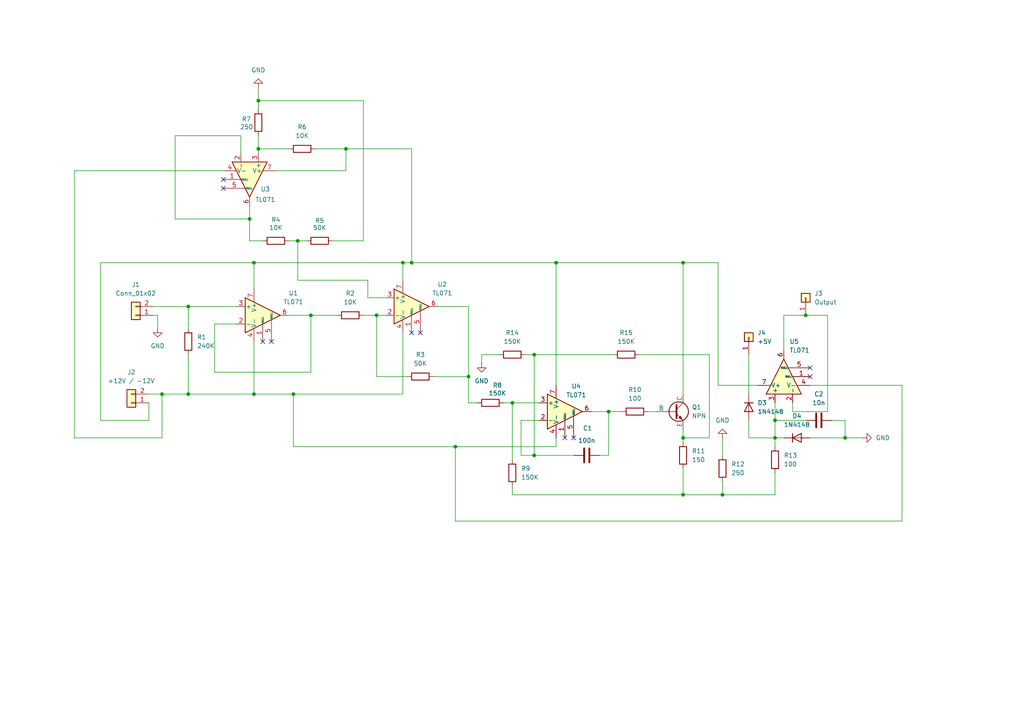
<source format=kicad_sch>
(kicad_sch (version 20250114) (generator "eeschema") (generator_version "9.0")
  (paper "A4")
  (lib_symbols
    (symbol "Amplifier_Operational:TL071" (pin_names (offset 0.127))
      (property "Reference" "U" (at 0 6.35 0))
      (property "Value" "TL071" (at 0 3.81 0))
      (symbol "TL071_0_1"
        (polyline (pts (xy -5.08 5.08) (xy 5.08 0) (xy -5.08 -5.08) (xy -5.08 5.08)) (stroke (width 0.254)) (fill (type background)))
      )
      (symbol "TL071_1_1"
        (pin input line (at -7.62 2.54 0) (length 2.54) (name "+") (number "3"))
        (pin input line (at -7.62 -2.54 0) (length 2.54) (name "-") (number "2"))
        (pin power_in line (at -2.54 7.62 270) (length 3.81) (name "V+") (number "7"))
        (pin power_in line (at -2.54 -7.62 90) (length 3.81) (name "V-") (number "4"))
        (pin no_connect line (at 0 2.54 270) (length 2.54) (hide yes) (name "NC") (number "8"))
        (pin input line (at 0 -7.62 90) (length 5.08) (name "NULL") (number "1"))
        (pin input line (at 2.54 -7.62 90) (length 6.35) (name "NULL") (number "5"))
        (pin output line (at 7.62 0 180) (length 2.54) (name "~") (number "6"))
      )
    )
    (symbol "Connector_Generic:Conn_01x01" (pin_names (offset 1.016) (hide yes))
      (property "Reference" "J" (at 0 2.54 0))
      (property "Value" "Conn_01x01" (at 0 -2.54 0))
      (symbol "Conn_01x01_1_1"
        (rectangle (start -1.27 1.27) (end 1.27 -1.27) (stroke (width 0.254)) (fill (type background)))
        (rectangle (start -1.27 0.127) (end 0 -0.127) (stroke (width 0.1524)))
        (pin passive line (at -5.08 0 0) (length 3.81) (name "Pin_1") (number "1"))
      )
    )
    (symbol "Connector_Generic:Conn_01x02" (pin_names (offset 1.016) (hide yes))
      (property "Reference" "J" (at 0 2.54 0))
      (property "Value" "Conn_01x02" (at 0 -5.08 0))
      (symbol "Conn_01x02_1_1"
        (rectangle (start -1.27 1.27) (end 1.27 -3.81) (stroke (width 0.254)) (fill (type background)))
        (rectangle (start -1.27 0.127) (end 0 -0.127) (stroke (width 0.1524)))
        (rectangle (start -1.27 -2.413) (end 0 -2.667) (stroke (width 0.1524)))
        (pin passive line (at -5.08 0 0) (length 3.81) (name "Pin_1") (number "1"))
        (pin passive line (at -5.08 -2.54 0) (length 3.81) (name "Pin_2") (number "2"))
      )
    )
    (symbol "Device:C" (pin_numbers (hide yes)) (pin_names (offset 0.254))
      (property "Reference" "C" (at 0.635 2.54 0))
      (property "Value" "C" (at 0.635 -2.54 0))
      (symbol "C_0_1"
        (polyline (pts (xy -2.032 0.762) (xy 2.032 0.762)) (stroke (width 0.508)))
        (polyline (pts (xy -2.032 -0.762) (xy 2.032 -0.762)) (stroke (width 0.508)))
      )
      (symbol "C_1_1"
        (pin passive line (at 0 3.81 270) (length 2.794) (name "~") (number "1"))
        (pin passive line (at 0 -3.81 90) (length 2.794) (name "~") (number "2"))
      )
    )
    (symbol "Device:R" (pin_numbers (hide yes)) (pin_names (offset 0))
      (property "Reference" "R" (at 2.032 0 90))
      (property "Value" "R" (at 0 0 90))
      (symbol "R_0_1"
        (rectangle (start -1.016 -2.54) (end 1.016 2.54) (stroke (width 0.254)))
      )
      (symbol "R_1_1"
        (pin passive line (at 0 3.81 270) (length 1.27) (name "~") (number "1"))
        (pin passive line (at 0 -3.81 90) (length 1.27) (name "~") (number "2"))
      )
    )
    (symbol "Diode:1N4148" (pin_numbers (hide yes)) (pin_names (hide yes))
      (property "Reference" "D" (at 0 2.54 0))
      (property "Value" "1N4148" (at 0 -2.54 0))
      (symbol "1N4148_0_1"
        (polyline (pts (xy -1.27 1.27) (xy -1.27 -1.27)) (stroke (width 0.254)))
        (polyline (pts (xy 1.27 1.27) (xy 1.27 -1.27) (xy -1.27 0) (xy 1.27 1.27)) (stroke (width 0.254)))
        (polyline (pts (xy 1.27 0) (xy -1.27 0)))
      )
      (symbol "1N4148_1_1"
        (pin passive line (at -3.81 0 0) (length 2.54) (name "K") (number "1"))
        (pin passive line (at 3.81 0 180) (length 2.54) (name "A") (number "2"))
      )
    )
    (symbol "Simulation_SPICE:NPN" (pin_numbers (hide yes)) (pin_names (offset 0))
      (property "Reference" "Q" (at -2.54 7.62 0))
      (property "Value" "NPN" (at -2.54 5.08 0))
      (symbol "NPN_0_1"
        (polyline (pts (xy -2.54 0) (xy 0.635 0)) (stroke (width 0.1524)))
        (polyline (pts (xy 0.635 1.905) (xy 0.635 -1.905) (xy 0.635 -1.905)) (stroke (width 0.508)))
        (polyline (pts (xy 0.635 0.635) (xy 2.54 2.54)))
        (polyline (pts (xy 0.635 -0.635) (xy 2.54 -2.54) (xy 2.54 -2.54)))
        (circle (center 1.27 0) (radius 2.8194) (stroke (width 0.254)))
        (polyline (pts (xy 1.27 -1.778) (xy 1.778 -1.27) (xy 2.286 -2.286) (xy 1.27 -1.778) (xy 1.27 -1.778)) (fill (type outline)))
        (polyline (pts (xy 2.794 -1.27) (xy 2.794 -1.27)) (stroke (width 0.1524)))
        (polyline (pts (xy 2.794 -1.27) (xy 2.794 -1.27)) (stroke (width 0.1524)))
      )
      (symbol "NPN_1_1"
        (pin input line (at -5.08 0 0) (length 2.54) (name "B") (number "2"))
        (pin open_collector line (at 2.54 5.08 270) (length 2.54) (name "C") (number "1"))
        (pin open_emitter line (at 2.54 -5.08 90) (length 2.54) (name "E") (number "3"))
      )
    )
    (symbol "power:GND" (power) (pin_numbers (hide yes)) (pin_names (offset 0) (hide yes))
      (property "Value" "GND" (at 0 -3.81 0))
      (symbol "GND_0_1"
        (polyline (pts (xy 0 0) (xy 0 -1.27) (xy 1.27 -1.27) (xy 0 -2.54) (xy -1.27 -1.27) (xy 0 -1.27)))
      )
      (symbol "GND_1_1"
        (pin power_in line (at 0 0 270) (length 0) (name "~") (number "1"))
      )
    )
  )
  (junction (at 86.36 69.85))
  (junction (at 245.11 127))
  (junction (at 154.94 102.87))
  (junction (at 46.99 114.3))
  (junction (at 74.93 43.18))
  (junction (at 116.84 76.2))
  (junction (at 135.89 109.22))
  (junction (at 233.68 91.44))
  (junction (at 198.12 127))
  (junction (at 54.61 114.3))
  (junction (at 154.94 132.08))
  (junction (at 161.29 76.2))
  (junction (at 198.12 143.51))
  (junction (at 85.09 114.3))
  (junction (at 224.79 127))
  (junction (at 132.08 129.54))
  (junction (at 209.55 143.51))
  (junction (at 90.17 91.44))
  (junction (at 176.53 119.38))
  (junction (at 109.22 91.44))
  (junction (at 100.33 43.18))
  (junction (at 198.12 76.2))
  (junction (at 73.66 76.2))
  (junction (at 73.66 114.3))
  (junction (at 74.93 29.21))
  (junction (at 224.79 121.92))
  (junction (at 72.39 63.5))
  (junction (at 148.59 116.84))
  (junction (at 54.61 88.9))
  (junction (at 119.38 76.2))
  (no_connect (at 78.74 99.06))
  (no_connect (at 234.95 109.22))
  (no_connect (at 64.77 52.07))
  (no_connect (at 121.92 96.52))
  (no_connect (at 234.95 106.68))
  (no_connect (at 163.83 127))
  (no_connect (at 166.37 127))
  (no_connect (at 119.38 96.52))
  (no_connect (at 64.77 54.61))
  (no_connect (at 76.2 99.06))
  (wire (pts (xy 50.8 63.5) (xy 72.39 63.5)))
  (wire (pts (xy 106.68 86.36) (xy 111.76 86.36)))
  (wire (pts (xy 54.61 114.3) (xy 73.66 114.3)))
  (wire (pts (xy 227.33 91.44) (xy 227.33 101.6)))
  (wire (pts (xy 229.87 119.38) (xy 240.03 119.38)))
  (wire (pts (xy 187.96 119.38) (xy 190.5 119.38)))
  (wire (pts (xy 148.59 143.51) (xy 148.59 140.97)))
  (wire (pts (xy 29.21 121.92) (xy 29.21 76.2)))
  (wire (pts (xy 185.42 102.87) (xy 205.74 102.87)))
  (wire (pts (xy 138.43 116.84) (xy 135.89 116.84)))
  (wire (pts (xy 144.78 102.87) (xy 139.7 102.87)))
  (wire (pts (xy 64.77 49.53) (xy 21.59 49.53)))
  (wire (pts (xy 54.61 114.3) (xy 46.99 114.3)))
  (wire (pts (xy 116.84 114.3) (xy 85.09 114.3)))
  (wire (pts (xy 173.99 132.08) (xy 176.53 132.08)))
  (wire (pts (xy 44.45 88.9) (xy 54.61 88.9)))
  (wire (pts (xy 224.79 143.51) (xy 209.55 143.51)))
  (wire (pts (xy 171.45 119.38) (xy 176.53 119.38)))
  (wire (pts (xy 44.45 91.44) (xy 45.72 91.44)))
  (wire (pts (xy 151.13 121.92) (xy 151.13 132.08)))
  (wire (pts (xy 74.93 43.18) (xy 83.82 43.18)))
  (wire (pts (xy 217.17 121.92) (xy 217.17 127)))
  (wire (pts (xy 85.09 114.3) (xy 73.66 114.3)))
  (wire (pts (xy 161.29 129.54) (xy 132.08 129.54)))
  (wire (pts (xy 73.66 114.3) (xy 73.66 99.06)))
  (wire (pts (xy 146.05 116.84) (xy 148.59 116.84)))
  (wire (pts (xy 245.11 121.92) (xy 245.11 127)))
  (wire (pts (xy 148.59 133.35) (xy 148.59 116.84)))
  (wire (pts (xy 43.18 121.92) (xy 29.21 121.92)))
  (wire (pts (xy 135.89 109.22) (xy 135.89 116.84)))
  (wire (pts (xy 74.93 29.21) (xy 74.93 31.75)))
  (wire (pts (xy 205.74 127) (xy 198.12 127)))
  (wire (pts (xy 224.79 116.84) (xy 224.79 121.92)))
  (wire (pts (xy 125.73 109.22) (xy 135.89 109.22)))
  (wire (pts (xy 161.29 111.76) (xy 161.29 76.2)))
  (wire (pts (xy 198.12 124.46) (xy 198.12 127)))
  (wire (pts (xy 154.94 102.87) (xy 177.8 102.87)))
  (wire (pts (xy 241.3 121.92) (xy 245.11 121.92)))
  (wire (pts (xy 54.61 88.9) (xy 54.61 95.25)))
  (wire (pts (xy 45.72 91.44) (xy 45.72 95.25)))
  (wire (pts (xy 132.08 129.54) (xy 85.09 129.54)))
  (wire (pts (xy 105.41 91.44) (xy 109.22 91.44)))
  (wire (pts (xy 90.17 107.95) (xy 90.17 91.44)))
  (wire (pts (xy 69.85 39.37) (xy 50.8 39.37)))
  (wire (pts (xy 74.93 39.37) (xy 74.93 43.18)))
  (wire (pts (xy 240.03 119.38) (xy 240.03 91.44)))
  (wire (pts (xy 90.17 91.44) (xy 97.79 91.44)))
  (wire (pts (xy 119.38 43.18) (xy 119.38 76.2)))
  (wire (pts (xy 100.33 49.53) (xy 100.33 43.18)))
  (wire (pts (xy 62.23 107.95) (xy 90.17 107.95)))
  (wire (pts (xy 46.99 127) (xy 46.99 114.3)))
  (wire (pts (xy 116.84 81.28) (xy 116.84 76.2)))
  (wire (pts (xy 116.84 96.52) (xy 116.84 114.3)))
  (wire (pts (xy 217.17 127) (xy 224.79 127)))
  (wire (pts (xy 224.79 127) (xy 224.79 129.54)))
  (wire (pts (xy 198.12 76.2) (xy 161.29 76.2)))
  (wire (pts (xy 119.38 76.2) (xy 116.84 76.2)))
  (wire (pts (xy 105.41 29.21) (xy 74.93 29.21)))
  (wire (pts (xy 152.4 102.87) (xy 154.94 102.87)))
  (wire (pts (xy 91.44 43.18) (xy 100.33 43.18)))
  (wire (pts (xy 217.17 102.87) (xy 217.17 114.3)))
  (wire (pts (xy 180.34 119.38) (xy 176.53 119.38)))
  (wire (pts (xy 209.55 127) (xy 209.55 132.08)))
  (wire (pts (xy 198.12 143.51) (xy 209.55 143.51)))
  (wire (pts (xy 156.21 121.92) (xy 151.13 121.92)))
  (wire (pts (xy 261.62 111.76) (xy 261.62 151.13)))
  (wire (pts (xy 139.7 102.87) (xy 139.7 105.41)))
  (wire (pts (xy 154.94 102.87) (xy 154.94 132.08)))
  (wire (pts (xy 46.99 114.3) (xy 43.18 114.3)))
  (wire (pts (xy 208.28 111.76) (xy 208.28 76.2)))
  (wire (pts (xy 151.13 132.08) (xy 154.94 132.08)))
  (wire (pts (xy 86.36 81.28) (xy 86.36 69.85)))
  (wire (pts (xy 229.87 116.84) (xy 229.87 119.38)))
  (wire (pts (xy 72.39 63.5) (xy 72.39 59.69)))
  (wire (pts (xy 261.62 151.13) (xy 132.08 151.13)))
  (wire (pts (xy 176.53 119.38) (xy 176.53 132.08)))
  (wire (pts (xy 73.66 76.2) (xy 73.66 83.82)))
  (wire (pts (xy 219.71 111.76) (xy 208.28 111.76)))
  (wire (pts (xy 106.68 81.28) (xy 86.36 81.28)))
  (wire (pts (xy 233.68 91.44) (xy 227.33 91.44)))
  (wire (pts (xy 161.29 127) (xy 161.29 129.54)))
  (wire (pts (xy 90.17 91.44) (xy 83.82 91.44)))
  (wire (pts (xy 198.12 143.51) (xy 198.12 135.89)))
  (wire (pts (xy 245.11 127) (xy 234.95 127)))
  (wire (pts (xy 135.89 88.9) (xy 135.89 109.22)))
  (wire (pts (xy 86.36 69.85) (xy 88.9 69.85)))
  (wire (pts (xy 54.61 102.87) (xy 54.61 114.3)))
  (wire (pts (xy 205.74 102.87) (xy 205.74 127)))
  (wire (pts (xy 29.21 76.2) (xy 73.66 76.2)))
  (wire (pts (xy 85.09 129.54) (xy 85.09 114.3)))
  (wire (pts (xy 68.58 93.98) (xy 62.23 93.98)))
  (wire (pts (xy 154.94 132.08) (xy 166.37 132.08)))
  (wire (pts (xy 69.85 44.45) (xy 69.85 39.37)))
  (wire (pts (xy 96.52 69.85) (xy 105.41 69.85)))
  (wire (pts (xy 224.79 121.92) (xy 233.68 121.92)))
  (wire (pts (xy 233.68 91.44) (xy 240.03 91.44)))
  (wire (pts (xy 109.22 109.22) (xy 118.11 109.22)))
  (wire (pts (xy 74.93 43.18) (xy 74.93 44.45)))
  (wire (pts (xy 74.93 25.4) (xy 74.93 29.21)))
  (wire (pts (xy 106.68 86.36) (xy 106.68 81.28)))
  (wire (pts (xy 21.59 49.53) (xy 21.59 127)))
  (wire (pts (xy 72.39 63.5) (xy 72.39 69.85)))
  (wire (pts (xy 100.33 43.18) (xy 119.38 43.18)))
  (wire (pts (xy 116.84 76.2) (xy 73.66 76.2)))
  (wire (pts (xy 109.22 109.22) (xy 109.22 91.44)))
  (wire (pts (xy 245.11 127) (xy 250.19 127)))
  (wire (pts (xy 132.08 129.54) (xy 132.08 151.13)))
  (wire (pts (xy 62.23 93.98) (xy 62.23 107.95)))
  (wire (pts (xy 198.12 114.3) (xy 198.12 76.2)))
  (wire (pts (xy 54.61 88.9) (xy 68.58 88.9)))
  (wire (pts (xy 80.01 49.53) (xy 100.33 49.53)))
  (wire (pts (xy 198.12 127) (xy 198.12 128.27)))
  (wire (pts (xy 234.95 111.76) (xy 261.62 111.76)))
  (wire (pts (xy 43.18 116.84) (xy 43.18 121.92)))
  (wire (pts (xy 224.79 127) (xy 227.33 127)))
  (wire (pts (xy 127 88.9) (xy 135.89 88.9)))
  (wire (pts (xy 76.2 69.85) (xy 72.39 69.85)))
  (wire (pts (xy 161.29 76.2) (xy 119.38 76.2)))
  (wire (pts (xy 148.59 143.51) (xy 198.12 143.51)))
  (wire (pts (xy 105.41 69.85) (xy 105.41 29.21)))
  (wire (pts (xy 224.79 121.92) (xy 224.79 127)))
  (wire (pts (xy 148.59 116.84) (xy 156.21 116.84)))
  (wire (pts (xy 224.79 137.16) (xy 224.79 143.51)))
  (wire (pts (xy 209.55 143.51) (xy 209.55 139.7)))
  (wire (pts (xy 50.8 39.37) (xy 50.8 63.5)))
  (wire (pts (xy 109.22 91.44) (xy 111.76 91.44)))
  (wire (pts (xy 208.28 76.2) (xy 198.12 76.2)))
  (wire (pts (xy 21.59 127) (xy 46.99 127)))
  (wire (pts (xy 83.82 69.85) (xy 86.36 69.85)))
  (symbol (lib_id "Device:R") (at 92.71 69.85 90) (unit 1)
    (property "Reference" "R5" (at 92.71 64.008 90))
    (property "Value" "50K" (at 92.71 66.04 90))
    (property "Description" "Resistor" (effects (hide yes)))
  )
  (symbol (lib_id "Device:R") (at 80.01 69.85 270) (unit 1)
    (property "Reference" "R4" (at 80.01 63.754 90))
    (property "Value" "10K" (at 80.01 66.04 90))
    (property "Description" "Resistor" (effects (hide yes)))
  )
  (symbol (lib_id "Connector_Generic:Conn_01x02") (at 38.1 116.84 180) (unit 1)
    (property "Reference" "J2" (at 38.1 107.95 0))
    (property "Value" "+12V / -12V" (at 38.1 110.49 0))
    (property "Footprint" "Connector_JST:JST_NV_B02P-NV_1x02_P5.00mm_Vertical" (effects (hide yes)))
    (property "Description" "Generic connector, single row, 01x02, script generated (kicad-library-utils/schlib/autogen/connector/)" (effects (hide yes)))
  )
  (symbol (lib_id "Device:C") (at 237.49 121.92 90) (unit 1)
    (property "Reference" "C2" (at 237.49 114.3 90))
    (property "Value" "10n" (at 237.49 116.84 90))
    (property "Description" "Unpolarized capacitor" (effects (hide yes)))
  )
  (symbol (lib_id "Device:R") (at 121.92 109.22 90) (unit 1)
    (property "Reference" "R3" (at 121.92 102.87 90))
    (property "Value" "50K" (at 121.92 105.41 90))
    (property "Description" "Resistor" (effects (hide yes)))
  )
  (symbol (lib_id "Device:R") (at 142.24 116.84 90) (unit 1)
    (property "Reference" "R8" (at 144.272 111.76 90))
    (property "Value" "150K" (at 144.272 114.046 90))
    (property "Description" "Resistor" (effects (hide yes)))
  )
  (symbol (lib_id "power:GND") (at 139.7 105.41 0) (unit 1)
    (property "Reference" "#PWR05" (effects (hide yes)))
    (property "Value" "GND" (at 139.7 110.49 0))
    (property "Description" "Power symbol creates a global label with name \"GND\" , ground" (effects (hide yes)))
  )
  (symbol (lib_id "Device:R") (at 74.93 35.56 180) (unit 1)
    (property "Reference" "R7" (at 70.104 34.544 0) (effects (justify right)))
    (property "Value" "250" (at 69.596 36.83 0) (effects (justify right)))
    (property "Description" "Resistor" (effects (hide yes)))
  )
  (symbol (lib_id "Device:R") (at 101.6 91.44 90) (unit 1)
    (property "Reference" "R2" (at 101.6 85.09 90))
    (property "Value" "10K" (at 101.6 87.63 90))
    (property "Description" "Resistor" (effects (hide yes)))
  )
  (symbol (lib_id "Device:R") (at 181.61 102.87 90) (unit 1)
    (property "Reference" "R15" (at 181.61 96.52 90))
    (property "Value" "150K" (at 181.61 99.06 90))
    (property "Description" "Resistor" (effects (hide yes)))
  )
  (symbol (lib_id "Amplifier_Operational:TL071") (at 72.39 52.07 270) (unit 1)
    (property "Reference" "U3" (at 76.962 54.864 90))
    (property "Value" "TL071" (at 76.962 57.912 90))
    (property "Footprint" "Package_DIP:DIP-8_W7.62mm" (effects (hide yes)))
    (property "Datasheet" "http://www.ti.com/lit/ds/symlink/tl071.pdf" (effects (hide yes)))
    (property "Description" "Single Low-Noise JFET-Input Operational Amplifiers, DIP-8/SOIC-8" (effects (hide yes)))
  )
  (symbol (lib_id "power:GND") (at 250.19 127 90) (unit 1)
    (property "Reference" "#PWR04" (effects (hide yes)))
    (property "Value" "GND" (at 254 126.9999 90) (effects (justify right)))
    (property "Description" "Power symbol creates a global label with name \"GND\" , ground" (effects (hide yes)))
  )
  (symbol (lib_id "Diode:1N4148") (at 231.14 127 0) (unit 1)
    (property "Reference" "D4" (at 231.14 120.65 0))
    (property "Value" "1N4148" (at 231.14 123.19 0))
    (property "Footprint" "Diode_THT:D_DO-35_SOD27_P7.62mm_Horizontal" (effects (hide yes)))
    (property "Datasheet" "https://assets.nexperia.com/documents/data-sheet/1N4148_1N4448.pdf" (effects (hide yes)))
    (property "Description" "100V 0.15A standard switching diode, DO-35" (effects (hide yes)))
    (property "Sim.Device" "D" (effects (hide yes)))
    (property "Sim.Pins" "1=K 2=A" (effects (hide yes)))
  )
  (symbol (lib_id "Amplifier_Operational:TL071") (at 227.33 109.22 90) (unit 1)
    (property "Reference" "U5" (at 228.9811 99.06 90) (effects (justify right)))
    (property "Value" "TL071" (at 228.9811 101.6 90) (effects (justify right)))
    (property "Footprint" "Package_DIP:DIP-8_W7.62mm" (effects (hide yes)))
    (property "Datasheet" "http://www.ti.com/lit/ds/symlink/tl071.pdf" (effects (hide yes)))
    (property "Description" "Single Low-Noise JFET-Input Operational Amplifiers, DIP-8/SOIC-8" (effects (hide yes)))
  )
  (symbol (lib_id "Device:R") (at 198.12 132.08 0) (unit 1)
    (property "Reference" "R11" (at 200.66 130.8099 0) (effects (justify left)))
    (property "Value" "150" (at 200.66 133.3499 0) (effects (justify left)))
    (property "Description" "Resistor" (effects (hide yes)))
  )
  (symbol (lib_id "Connector_Generic:Conn_01x01") (at 233.68 86.36 90) (unit 1)
    (property "Reference" "J3" (at 236.22 85.0899 90) (effects (justify right)))
    (property "Value" "Output" (at 236.22 87.6299 90) (effects (justify right)))
    (property "Description" "Generic connector, single row, 01x01, script generated (kicad-library-utils/schlib/autogen/connector/)" (effects (hide yes)))
  )
  (symbol (lib_id "power:GND") (at 45.72 95.25 0) (unit 1)
    (property "Reference" "#PWR01" (effects (hide yes)))
    (property "Value" "GND" (at 45.72 100.33 0))
    (property "Description" "Power symbol creates a global label with name \"GND\" , ground" (effects (hide yes)))
  )
  (symbol (lib_id "Device:R") (at 87.63 43.18 90) (unit 1)
    (property "Reference" "R6" (at 87.63 36.83 90))
    (property "Value" "10K" (at 87.63 39.37 90))
    (property "Description" "Resistor" (effects (hide yes)))
  )
  (symbol (lib_id "power:GND") (at 74.93 25.4 180) (unit 1)
    (property "Reference" "#PWR02" (effects (hide yes)))
    (property "Value" "GND" (at 74.93 20.32 0))
    (property "Description" "Power symbol creates a global label with name \"GND\" , ground" (effects (hide yes)))
  )
  (symbol (lib_id "Diode:1N4148") (at 217.17 118.11 270) (unit 1)
    (property "Reference" "D3" (at 219.71 116.8399 90) (effects (justify left)))
    (property "Value" "1N4148" (at 219.71 119.3799 90) (effects (justify left)))
    (property "Footprint" "Diode_THT:D_DO-35_SOD27_P7.62mm_Horizontal" (effects (hide yes)))
    (property "Datasheet" "https://assets.nexperia.com/documents/data-sheet/1N4148_1N4448.pdf" (effects (hide yes)))
    (property "Description" "100V 0.15A standard switching diode, DO-35" (effects (hide yes)))
    (property "Sim.Device" "D" (effects (hide yes)))
    (property "Sim.Pins" "1=K 2=A" (effects (hide yes)))
  )
  (symbol (lib_id "Amplifier_Operational:TL071") (at 163.83 119.38 0) (unit 1)
    (property "Reference" "U4" (at 167.132 112.014 0))
    (property "Value" "TL071" (at 167.132 114.554 0))
    (property "Footprint" "Package_DIP:DIP-8_W7.62mm" (effects (hide yes)))
    (property "Datasheet" "http://www.ti.com/lit/ds/symlink/tl071.pdf" (effects (hide yes)))
    (property "Description" "Single Low-Noise JFET-Input Operational Amplifiers, DIP-8/SOIC-8" (effects (hide yes)))
  )
  (symbol (lib_id "power:GND") (at 209.55 127 180) (unit 1)
    (property "Reference" "#PWR03" (effects (hide yes)))
    (property "Value" "GND" (at 209.55 121.92 0))
    (property "Description" "Power symbol creates a global label with name \"GND\" , ground" (effects (hide yes)))
  )
  (symbol (lib_id "Connector_Generic:Conn_01x02") (at 39.37 91.44 180) (unit 1)
    (property "Reference" "J1" (at 39.37 82.55 0))
    (property "Value" "Conn_01x02" (at 39.37 85.09 0))
    (property "Footprint" "Connector_JST:JST_NV_B02P-NV_1x02_P5.00mm_Vertical" (effects (hide yes)))
    (property "Description" "Generic connector, single row, 01x02, script generated (kicad-library-utils/schlib/autogen/connector/)" (effects (hide yes)))
  )
  (symbol (lib_id "Connector_Generic:Conn_01x01") (at 217.17 97.79 90) (unit 1)
    (property "Reference" "J4" (at 219.71 96.5199 90) (effects (justify right)))
    (property "Value" "+5V" (at 219.71 99.0599 90) (effects (justify right)))
    (property "Description" "Generic connector, single row, 01x01, script generated (kicad-library-utils/schlib/autogen/connector/)" (effects (hide yes)))
  )
  (symbol (lib_id "Amplifier_Operational:TL071") (at 119.38 88.9 0) (unit 1)
    (property "Reference" "U2" (at 128.27 82.4798 0))
    (property "Value" "TL071" (at 128.27 85.0198 0))
    (property "Footprint" "Package_DIP:DIP-8_W7.62mm" (effects (hide yes)))
    (property "Datasheet" "http://www.ti.com/lit/ds/symlink/tl071.pdf" (effects (hide yes)))
    (property "Description" "Single Low-Noise JFET-Input Operational Amplifiers, DIP-8/SOIC-8" (effects (hide yes)))
  )
  (symbol (lib_id "Simulation_SPICE:NPN") (at 195.58 119.38 0) (unit 1)
    (property "Reference" "Q1" (at 200.66 118.1099 0) (effects (justify left)))
    (property "Value" "NPN" (at 200.66 120.6499 0) (effects (justify left)))
    (property "Datasheet" "https://ngspice.sourceforge.io/docs/ngspice-html-manual/manual.xhtml#cha_BJTs" (effects (hide yes)))
    (property "Description" "Bipolar transistor symbol for simulation only, substrate tied to the emitter" (effects (hide yes)))
    (property "Sim.Device" "NPN" (effects (hide yes)))
    (property "Sim.Type" "GUMMELPOON" (effects (hide yes)))
    (property "Sim.Pins" "1=C 2=B 3=E" (effects (hide yes)))
  )
  (symbol (lib_id "Device:R") (at 54.61 99.06 0) (unit 1)
    (property "Reference" "R1" (at 57.15 97.7899 0) (effects (justify left)))
    (property "Value" "240K" (at 57.15 100.3299 0) (effects (justify left)))
    (property "Description" "Resistor" (effects (hide yes)))
  )
  (symbol (lib_id "Device:R") (at 148.59 102.87 90) (unit 1)
    (property "Reference" "R14" (at 148.59 96.52 90))
    (property "Value" "150K" (at 148.59 99.06 90))
    (property "Description" "Resistor" (effects (hide yes)))
  )
  (symbol (lib_id "Amplifier_Operational:TL071") (at 76.2 91.44 0) (unit 1)
    (property "Reference" "U1" (at 85.09 85.0198 0))
    (property "Value" "TL071" (at 85.09 87.5598 0))
    (property "Footprint" "Package_DIP:DIP-8_W7.62mm" (effects (hide yes)))
    (property "Datasheet" "http://www.ti.com/lit/ds/symlink/tl071.pdf" (effects (hide yes)))
    (property "Description" "Single Low-Noise JFET-Input Operational Amplifiers, DIP-8/SOIC-8" (effects (hide yes)))
  )
  (symbol (lib_id "Device:R") (at 148.59 137.16 0) (unit 1)
    (property "Reference" "R9" (at 151.13 135.8899 0) (effects (justify left)))
    (property "Value" "150K" (at 151.13 138.4299 0) (effects (justify left)))
    (property "Description" "Resistor" (effects (hide yes)))
  )
  (symbol (lib_id "Device:R") (at 209.55 135.89 180) (unit 1)
    (property "Reference" "R12" (at 212.09 134.6199 0) (effects (justify right)))
    (property "Value" "250" (at 212.09 137.1599 0) (effects (justify right)))
    (property "Description" "Resistor" (effects (hide yes)))
  )
  (symbol (lib_id "Device:C") (at 170.18 132.08 90) (unit 1)
    (property "Reference" "C1" (at 170.434 124.206 90))
    (property "Value" "100n" (at 170.18 127.762 90))
    (property "Footprint" "Capacitor_THT:C_Axial_L5.1mm_D3.1mm_P10.00mm_Horizontal" (effects (hide yes)))
    (property "Description" "Unpolarized capacitor" (effects (hide yes)))
  )
  (symbol (lib_id "Device:R") (at 224.79 133.35 0) (unit 1)
    (property "Reference" "R13" (at 227.33 132.0799 0) (effects (justify left)))
    (property "Value" "100" (at 227.33 134.6199 0) (effects (justify left)))
    (property "Description" "Resistor" (effects (hide yes)))
  )
  (symbol (lib_id "Device:R") (at 184.15 119.38 90) (unit 1)
    (property "Reference" "R10" (at 184.15 113.03 90))
    (property "Value" "100" (at 184.15 115.57 90))
    (property "Description" "Resistor" (effects (hide yes)))
  )
)
</source>
